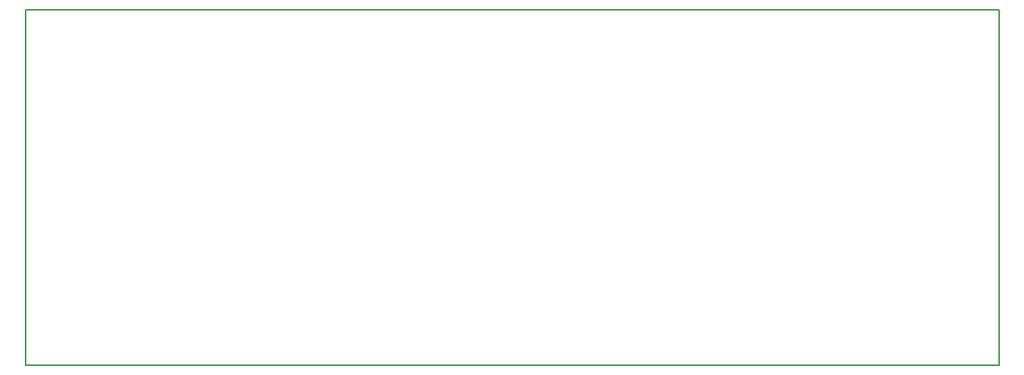
<source format=gbr>
G04 #@! TF.GenerationSoftware,KiCad,Pcbnew,5.1.4+dfsg1-1~bpo10+1*
G04 #@! TF.CreationDate,2020-02-14T17:19:22+01:00*
G04 #@! TF.ProjectId,arty-a7-expansion,61727479-2d61-4372-9d65-7870616e7369,rev?*
G04 #@! TF.SameCoordinates,Original*
G04 #@! TF.FileFunction,Profile,NP*
%FSLAX46Y46*%
G04 Gerber Fmt 4.6, Leading zero omitted, Abs format (unit mm)*
G04 Created by KiCad (PCBNEW 5.1.4+dfsg1-1~bpo10+1) date 2020-02-14 17:19:22*
%MOMM*%
%LPD*%
G04 APERTURE LIST*
%ADD10C,0.200000*%
G04 APERTURE END LIST*
D10*
X200551241Y-124478709D02*
X200551241Y-84478709D01*
X91151241Y-124478709D02*
X200551241Y-124478709D01*
X91151241Y-84478709D02*
X91151241Y-124478709D01*
X200551241Y-84478709D02*
X91151241Y-84478709D01*
M02*

</source>
